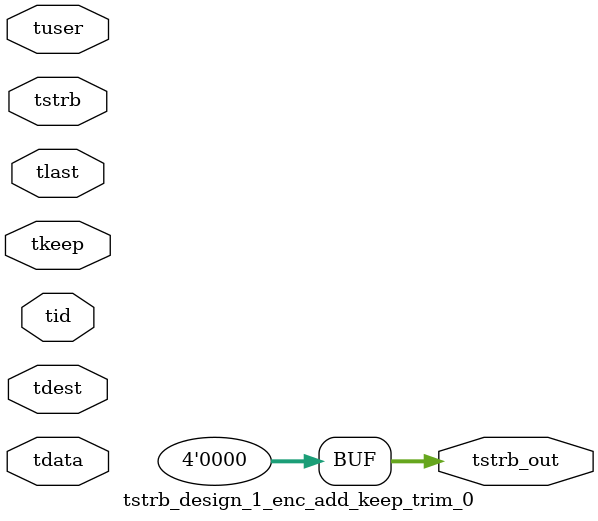
<source format=v>


`timescale 1ps/1ps

module tstrb_design_1_enc_add_keep_trim_0 #
(
parameter C_S_AXIS_TDATA_WIDTH = 32,
parameter C_S_AXIS_TUSER_WIDTH = 0,
parameter C_S_AXIS_TID_WIDTH   = 0,
parameter C_S_AXIS_TDEST_WIDTH = 0,
parameter C_M_AXIS_TDATA_WIDTH = 32
)
(
input  [(C_S_AXIS_TDATA_WIDTH == 0 ? 1 : C_S_AXIS_TDATA_WIDTH)-1:0     ] tdata,
input  [(C_S_AXIS_TUSER_WIDTH == 0 ? 1 : C_S_AXIS_TUSER_WIDTH)-1:0     ] tuser,
input  [(C_S_AXIS_TID_WIDTH   == 0 ? 1 : C_S_AXIS_TID_WIDTH)-1:0       ] tid,
input  [(C_S_AXIS_TDEST_WIDTH == 0 ? 1 : C_S_AXIS_TDEST_WIDTH)-1:0     ] tdest,
input  [(C_S_AXIS_TDATA_WIDTH/8)-1:0 ] tkeep,
input  [(C_S_AXIS_TDATA_WIDTH/8)-1:0 ] tstrb,
input                                                                    tlast,
output [(C_M_AXIS_TDATA_WIDTH/8)-1:0 ] tstrb_out
);

assign tstrb_out = {1'b0};

endmodule


</source>
